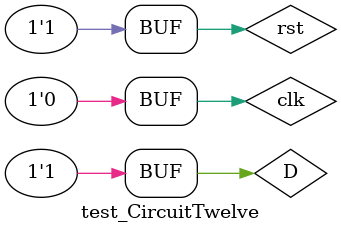
<source format=v>
module test_CircuitTwelve;
reg D, clk, rst;
wire Q;
//integer i;
DFF1 DFF_inst(Q,D,clk,rst);

initial
begin
	D=1'b0;clk=1'b1;rst=1'b0;
	#20
	D=1'b0;clk=~clk;rst=1'b1;
	#20
	D=1'b1;clk=~clk;rst=1'b0;
	#20
	D=1'b0;clk=~clk;rst=1'b1;
	#20
	D=1'b1;clk=~clk;rst=1'b0;
	#20
	D=1'b1;clk=~clk;rst=1'b1;
end
endmodule
</source>
